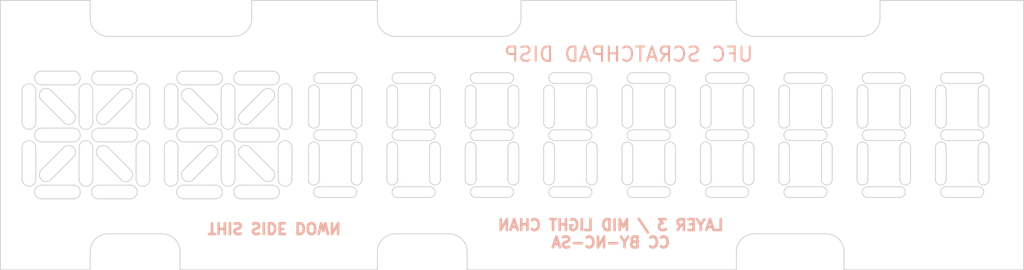
<source format=kicad_pcb>
(kicad_pcb (version 20171130) (host pcbnew "(5.1.4)-1")

  (general
    (thickness 1.6)
    (drawings 423)
    (tracks 0)
    (zones 0)
    (modules 0)
    (nets 1)
  )

  (page A4)
  (layers
    (0 F.Cu signal)
    (31 B.Cu signal)
    (32 B.Adhes user)
    (33 F.Adhes user)
    (34 B.Paste user)
    (35 F.Paste user)
    (36 B.SilkS user)
    (37 F.SilkS user)
    (38 B.Mask user)
    (39 F.Mask user)
    (40 Dwgs.User user)
    (41 Cmts.User user)
    (42 Eco1.User user)
    (43 Eco2.User user)
    (44 Edge.Cuts user)
    (45 Margin user)
    (46 B.CrtYd user)
    (47 F.CrtYd user)
    (48 B.Fab user)
    (49 F.Fab user)
  )

  (setup
    (last_trace_width 0.25)
    (user_trace_width 0.1524)
    (user_trace_width 0.2032)
    (user_trace_width 0.3048)
    (user_trace_width 0.4572)
    (user_trace_width 0.1524)
    (user_trace_width 0.2032)
    (user_trace_width 0.3048)
    (user_trace_width 0.4572)
    (user_trace_width 0.1524)
    (user_trace_width 0.2032)
    (user_trace_width 0.3048)
    (user_trace_width 0.4572)
    (user_trace_width 0.1524)
    (user_trace_width 0.2032)
    (user_trace_width 0.3048)
    (user_trace_width 0.4572)
    (user_trace_width 0.1524)
    (user_trace_width 0.2032)
    (user_trace_width 0.3048)
    (user_trace_width 0.4572)
    (user_trace_width 0.1524)
    (user_trace_width 0.2032)
    (user_trace_width 0.3048)
    (user_trace_width 0.4572)
    (user_trace_width 0.1524)
    (user_trace_width 0.2032)
    (user_trace_width 0.3048)
    (user_trace_width 0.4572)
    (user_trace_width 0.1524)
    (user_trace_width 0.2032)
    (user_trace_width 0.3048)
    (user_trace_width 0.4572)
    (trace_clearance 0.2)
    (zone_clearance 0.508)
    (zone_45_only no)
    (trace_min 0.127)
    (via_size 0.8)
    (via_drill 0.4)
    (via_min_size 0.45)
    (via_min_drill 0.2)
    (user_via 0.45 0.2)
    (user_via 0.45 0.2)
    (user_via 0.45 0.2)
    (user_via 0.45 0.2)
    (user_via 0.45 0.2)
    (user_via 0.45 0.2)
    (user_via 0.45 0.2)
    (user_via 0.45 0.2)
    (uvia_size 0.3)
    (uvia_drill 0.1)
    (uvias_allowed no)
    (uvia_min_size 0.2)
    (uvia_min_drill 0.1)
    (edge_width 0.05)
    (segment_width 0.2)
    (pcb_text_width 0.3)
    (pcb_text_size 1.5 1.5)
    (mod_edge_width 0.12)
    (mod_text_size 1 1)
    (mod_text_width 0.15)
    (pad_size 0.59 0.64)
    (pad_drill 0)
    (pad_to_mask_clearance 0.051)
    (solder_mask_min_width 0.25)
    (aux_axis_origin 147.6375 118.042)
    (grid_origin 147.6375 118.042)
    (visible_elements 7FFFF7DF)
    (pcbplotparams
      (layerselection 0x010fc_ffffffff)
      (usegerberextensions false)
      (usegerberattributes false)
      (usegerberadvancedattributes false)
      (creategerberjobfile false)
      (excludeedgelayer true)
      (linewidth 0.100000)
      (plotframeref false)
      (viasonmask false)
      (mode 1)
      (useauxorigin false)
      (hpglpennumber 1)
      (hpglpenspeed 20)
      (hpglpendiameter 15.000000)
      (psnegative false)
      (psa4output false)
      (plotreference true)
      (plotvalue true)
      (plotinvisibletext false)
      (padsonsilk false)
      (subtractmaskfromsilk false)
      (outputformat 1)
      (mirror false)
      (drillshape 0)
      (scaleselection 1)
      (outputdirectory "gerber"))
  )

  (net 0 "")

  (net_class Default "This is the default net class."
    (clearance 0.2)
    (trace_width 0.25)
    (via_dia 0.8)
    (via_drill 0.4)
    (uvia_dia 0.3)
    (uvia_drill 0.1)
  )

  (gr_text "LAYER 3 / MID LIGHT CHAN\nCC BY-NC-SA" (at 181.6375 131.042) (layer B.SilkS) (tstamp 5FBEE558)
    (effects (font (size 0.6 0.6) (thickness 0.15)) (justify mirror))
  )
  (gr_text "UFC SCRATCHPAD DISP\n" (at 182.6375 121.042) (layer B.SilkS) (tstamp 5FBEE554)
    (effects (font (size 0.8 0.8) (thickness 0.12)) (justify mirror))
  )
  (gr_text "THIS SIDE DOWN" (at 162.894 130.726 180) (layer B.SilkS) (tstamp 5FBEE54D)
    (effects (font (size 0.6 0.6) (thickness 0.15)) (justify mirror))
  )
  (gr_arc (start 202.118625 128.717) (end 202.118625 129.017) (angle -180) (layer Edge.Cuts) (width 0.05) (tstamp 5FBFA3D7))
  (gr_arc (start 197.752625 128.717) (end 197.752625 129.017) (angle -180) (layer Edge.Cuts) (width 0.05) (tstamp 5FBFA3D5))
  (gr_arc (start 193.386625 128.717) (end 193.386625 129.017) (angle -180) (layer Edge.Cuts) (width 0.05) (tstamp 5FBFA3D3))
  (gr_arc (start 189.020625 128.717) (end 189.020625 129.017) (angle -180) (layer Edge.Cuts) (width 0.05) (tstamp 5FBFA3D1))
  (gr_arc (start 184.654625 128.717) (end 184.654625 129.017) (angle -180) (layer Edge.Cuts) (width 0.05) (tstamp 5FBFA3CF))
  (gr_arc (start 180.288625 128.717) (end 180.288625 129.017) (angle -180) (layer Edge.Cuts) (width 0.05) (tstamp 5FBFA3CD))
  (gr_arc (start 175.922625 128.717) (end 175.922625 129.017) (angle -180) (layer Edge.Cuts) (width 0.05) (tstamp 5FBFA3CB))
  (gr_arc (start 171.556625 128.717) (end 171.556625 129.017) (angle -180) (layer Edge.Cuts) (width 0.05) (tstamp 5FBFA3C9))
  (gr_line (start 202.118625 122.067) (end 200.318625 122.067) (layer Edge.Cuts) (width 0.05) (tstamp 5FBFA3C6))
  (gr_line (start 197.752625 122.067) (end 195.952625 122.067) (layer Edge.Cuts) (width 0.05) (tstamp 5FBFA3C4))
  (gr_line (start 193.386625 122.067) (end 191.586625 122.067) (layer Edge.Cuts) (width 0.05) (tstamp 5FBFA3C2))
  (gr_line (start 189.020625 122.067) (end 187.220625 122.067) (layer Edge.Cuts) (width 0.05) (tstamp 5FBFA3C0))
  (gr_line (start 184.654625 122.067) (end 182.854625 122.067) (layer Edge.Cuts) (width 0.05) (tstamp 5FBFA3BE))
  (gr_line (start 180.288625 122.067) (end 178.488625 122.067) (layer Edge.Cuts) (width 0.05) (tstamp 5FBFA3BC))
  (gr_line (start 175.922625 122.067) (end 174.122625 122.067) (layer Edge.Cuts) (width 0.05) (tstamp 5FBFA3BA))
  (gr_line (start 171.556625 122.067) (end 169.756625 122.067) (layer Edge.Cuts) (width 0.05) (tstamp 5FBFA3B8))
  (gr_arc (start 202.118625 125.547) (end 202.118625 125.847) (angle -180) (layer Edge.Cuts) (width 0.05) (tstamp 5FBFA3B5))
  (gr_arc (start 197.752625 125.547) (end 197.752625 125.847) (angle -180) (layer Edge.Cuts) (width 0.05) (tstamp 5FBFA3B3))
  (gr_arc (start 193.386625 125.547) (end 193.386625 125.847) (angle -180) (layer Edge.Cuts) (width 0.05) (tstamp 5FBFA3B1))
  (gr_arc (start 189.020625 125.547) (end 189.020625 125.847) (angle -180) (layer Edge.Cuts) (width 0.05) (tstamp 5FBFA3AF))
  (gr_arc (start 184.654625 125.547) (end 184.654625 125.847) (angle -180) (layer Edge.Cuts) (width 0.05) (tstamp 5FBFA3AD))
  (gr_arc (start 180.288625 125.547) (end 180.288625 125.847) (angle -180) (layer Edge.Cuts) (width 0.05) (tstamp 5FBFA3AB))
  (gr_arc (start 175.922625 125.547) (end 175.922625 125.847) (angle -180) (layer Edge.Cuts) (width 0.05) (tstamp 5FBFA3A9))
  (gr_arc (start 171.556625 125.547) (end 171.556625 125.847) (angle -180) (layer Edge.Cuts) (width 0.05) (tstamp 5FBFA3A7))
  (gr_line (start 199.728625 123.057) (end 199.728625 124.857) (layer Edge.Cuts) (width 0.05) (tstamp 5FBFA393))
  (gr_line (start 195.362625 123.057) (end 195.362625 124.857) (layer Edge.Cuts) (width 0.05) (tstamp 5FBFA391))
  (gr_line (start 190.996625 123.057) (end 190.996625 124.857) (layer Edge.Cuts) (width 0.05) (tstamp 5FBFA38F))
  (gr_line (start 186.630625 123.057) (end 186.630625 124.857) (layer Edge.Cuts) (width 0.05) (tstamp 5FBFA38D))
  (gr_line (start 182.264625 123.057) (end 182.264625 124.857) (layer Edge.Cuts) (width 0.05) (tstamp 5FBFA38B))
  (gr_line (start 177.898625 123.057) (end 177.898625 124.857) (layer Edge.Cuts) (width 0.05) (tstamp 5FBFA389))
  (gr_line (start 173.532625 123.057) (end 173.532625 124.857) (layer Edge.Cuts) (width 0.05) (tstamp 5FBFA387))
  (gr_line (start 169.166625 123.057) (end 169.166625 124.857) (layer Edge.Cuts) (width 0.05) (tstamp 5FBFA385))
  (gr_line (start 202.708625 124.857) (end 202.708625 123.057) (layer Edge.Cuts) (width 0.05) (tstamp 5FBFA382))
  (gr_line (start 198.342625 124.857) (end 198.342625 123.057) (layer Edge.Cuts) (width 0.05) (tstamp 5FBFA380))
  (gr_line (start 193.976625 124.857) (end 193.976625 123.057) (layer Edge.Cuts) (width 0.05) (tstamp 5FBFA37E))
  (gr_line (start 189.610625 124.857) (end 189.610625 123.057) (layer Edge.Cuts) (width 0.05) (tstamp 5FBFA37C))
  (gr_line (start 185.244625 124.857) (end 185.244625 123.057) (layer Edge.Cuts) (width 0.05) (tstamp 5FBFA37A))
  (gr_line (start 180.878625 124.857) (end 180.878625 123.057) (layer Edge.Cuts) (width 0.05) (tstamp 5FBFA378))
  (gr_line (start 176.512625 124.857) (end 176.512625 123.057) (layer Edge.Cuts) (width 0.05) (tstamp 5FBFA376))
  (gr_line (start 172.146625 124.857) (end 172.146625 123.057) (layer Edge.Cuts) (width 0.05) (tstamp 5FBFA374))
  (gr_arc (start 202.408625 128.027) (end 202.108625 128.027) (angle -180) (layer Edge.Cuts) (width 0.05) (tstamp 5FBFA371))
  (gr_arc (start 198.042625 128.027) (end 197.742625 128.027) (angle -180) (layer Edge.Cuts) (width 0.05) (tstamp 5FBFA36F))
  (gr_arc (start 193.676625 128.027) (end 193.376625 128.027) (angle -180) (layer Edge.Cuts) (width 0.05) (tstamp 5FBFA36D))
  (gr_arc (start 189.310625 128.027) (end 189.010625 128.027) (angle -180) (layer Edge.Cuts) (width 0.05) (tstamp 5FBFA36B))
  (gr_arc (start 184.944625 128.027) (end 184.644625 128.027) (angle -180) (layer Edge.Cuts) (width 0.05) (tstamp 5FBFA369))
  (gr_arc (start 180.578625 128.027) (end 180.278625 128.027) (angle -180) (layer Edge.Cuts) (width 0.05) (tstamp 5FBFA367))
  (gr_arc (start 176.212625 128.027) (end 175.912625 128.027) (angle -180) (layer Edge.Cuts) (width 0.05) (tstamp 5FBFA365))
  (gr_arc (start 171.846625 128.027) (end 171.546625 128.027) (angle -180) (layer Edge.Cuts) (width 0.05) (tstamp 5FBFA363))
  (gr_line (start 200.318625 125.847) (end 202.118625 125.847) (layer Edge.Cuts) (width 0.05) (tstamp 5FBFA33E))
  (gr_line (start 195.952625 125.847) (end 197.752625 125.847) (layer Edge.Cuts) (width 0.05) (tstamp 5FBFA33C))
  (gr_line (start 191.586625 125.847) (end 193.386625 125.847) (layer Edge.Cuts) (width 0.05) (tstamp 5FBFA33A))
  (gr_line (start 187.220625 125.847) (end 189.020625 125.847) (layer Edge.Cuts) (width 0.05) (tstamp 5FBFA338))
  (gr_line (start 182.854625 125.847) (end 184.654625 125.847) (layer Edge.Cuts) (width 0.05) (tstamp 5FBFA336))
  (gr_line (start 178.488625 125.847) (end 180.288625 125.847) (layer Edge.Cuts) (width 0.05) (tstamp 5FBFA334))
  (gr_line (start 174.122625 125.847) (end 175.922625 125.847) (layer Edge.Cuts) (width 0.05) (tstamp 5FBFA332))
  (gr_line (start 169.756625 125.847) (end 171.556625 125.847) (layer Edge.Cuts) (width 0.05) (tstamp 5FBFA330))
  (gr_line (start 200.328625 128.027) (end 200.328625 126.227) (layer Edge.Cuts) (width 0.05) (tstamp 5FBFA32D))
  (gr_line (start 195.962625 128.027) (end 195.962625 126.227) (layer Edge.Cuts) (width 0.05) (tstamp 5FBFA32B))
  (gr_line (start 191.596625 128.027) (end 191.596625 126.227) (layer Edge.Cuts) (width 0.05) (tstamp 5FBFA329))
  (gr_line (start 187.230625 128.027) (end 187.230625 126.227) (layer Edge.Cuts) (width 0.05) (tstamp 5FBFA327))
  (gr_line (start 182.864625 128.027) (end 182.864625 126.227) (layer Edge.Cuts) (width 0.05) (tstamp 5FBFA325))
  (gr_line (start 178.498625 128.027) (end 178.498625 126.227) (layer Edge.Cuts) (width 0.05) (tstamp 5FBFA323))
  (gr_line (start 174.132625 128.027) (end 174.132625 126.227) (layer Edge.Cuts) (width 0.05) (tstamp 5FBFA321))
  (gr_line (start 169.766625 128.027) (end 169.766625 126.227) (layer Edge.Cuts) (width 0.05) (tstamp 5FBFA31F))
  (gr_arc (start 200.028625 128.027) (end 199.728625 128.027) (angle -180) (layer Edge.Cuts) (width 0.05) (tstamp 5FBFA31C))
  (gr_arc (start 195.662625 128.027) (end 195.362625 128.027) (angle -180) (layer Edge.Cuts) (width 0.05) (tstamp 5FBFA31A))
  (gr_arc (start 191.296625 128.027) (end 190.996625 128.027) (angle -180) (layer Edge.Cuts) (width 0.05) (tstamp 5FBFA318))
  (gr_arc (start 186.930625 128.027) (end 186.630625 128.027) (angle -180) (layer Edge.Cuts) (width 0.05) (tstamp 5FBFA316))
  (gr_arc (start 182.564625 128.027) (end 182.264625 128.027) (angle -180) (layer Edge.Cuts) (width 0.05) (tstamp 5FBFA314))
  (gr_arc (start 178.198625 128.027) (end 177.898625 128.027) (angle -180) (layer Edge.Cuts) (width 0.05) (tstamp 5FBFA312))
  (gr_arc (start 173.832625 128.027) (end 173.532625 128.027) (angle -180) (layer Edge.Cuts) (width 0.05) (tstamp 5FBFA310))
  (gr_arc (start 169.466625 128.027) (end 169.166625 128.027) (angle -180) (layer Edge.Cuts) (width 0.05) (tstamp 5FBFA30E))
  (gr_arc (start 202.118625 122.367) (end 202.118625 122.667) (angle -180) (layer Edge.Cuts) (width 0.05) (tstamp 5FBFA30B))
  (gr_arc (start 197.752625 122.367) (end 197.752625 122.667) (angle -180) (layer Edge.Cuts) (width 0.05) (tstamp 5FBFA309))
  (gr_arc (start 193.386625 122.367) (end 193.386625 122.667) (angle -180) (layer Edge.Cuts) (width 0.05) (tstamp 5FBFA307))
  (gr_arc (start 189.020625 122.367) (end 189.020625 122.667) (angle -180) (layer Edge.Cuts) (width 0.05) (tstamp 5FBFA305))
  (gr_arc (start 184.654625 122.367) (end 184.654625 122.667) (angle -180) (layer Edge.Cuts) (width 0.05) (tstamp 5FBFA303))
  (gr_arc (start 180.288625 122.367) (end 180.288625 122.667) (angle -180) (layer Edge.Cuts) (width 0.05) (tstamp 5FBFA301))
  (gr_arc (start 175.922625 122.367) (end 175.922625 122.667) (angle -180) (layer Edge.Cuts) (width 0.05) (tstamp 5FBFA2FF))
  (gr_arc (start 171.556625 122.367) (end 171.556625 122.667) (angle -180) (layer Edge.Cuts) (width 0.05) (tstamp 5FBFA2FD))
  (gr_arc (start 200.028625 124.857) (end 199.728625 124.857) (angle -180) (layer Edge.Cuts) (width 0.05) (tstamp 5FBFA2FA))
  (gr_arc (start 195.662625 124.857) (end 195.362625 124.857) (angle -180) (layer Edge.Cuts) (width 0.05) (tstamp 5FBFA2F8))
  (gr_arc (start 191.296625 124.857) (end 190.996625 124.857) (angle -180) (layer Edge.Cuts) (width 0.05) (tstamp 5FBFA2F6))
  (gr_arc (start 186.930625 124.857) (end 186.630625 124.857) (angle -180) (layer Edge.Cuts) (width 0.05) (tstamp 5FBFA2F4))
  (gr_arc (start 182.564625 124.857) (end 182.264625 124.857) (angle -180) (layer Edge.Cuts) (width 0.05) (tstamp 5FBFA2F2))
  (gr_arc (start 178.198625 124.857) (end 177.898625 124.857) (angle -180) (layer Edge.Cuts) (width 0.05) (tstamp 5FBFA2F0))
  (gr_arc (start 173.832625 124.857) (end 173.532625 124.857) (angle -180) (layer Edge.Cuts) (width 0.05) (tstamp 5FBFA2EE))
  (gr_arc (start 169.466625 124.857) (end 169.166625 124.857) (angle -180) (layer Edge.Cuts) (width 0.05) (tstamp 5FBFA2EC))
  (gr_line (start 202.708625 128.027) (end 202.708625 126.227) (layer Edge.Cuts) (width 0.05) (tstamp 5FBFA2E9))
  (gr_line (start 198.342625 128.027) (end 198.342625 126.227) (layer Edge.Cuts) (width 0.05) (tstamp 5FBFA2E7))
  (gr_line (start 193.976625 128.027) (end 193.976625 126.227) (layer Edge.Cuts) (width 0.05) (tstamp 5FBFA2E5))
  (gr_line (start 189.610625 128.027) (end 189.610625 126.227) (layer Edge.Cuts) (width 0.05) (tstamp 5FBFA2E3))
  (gr_line (start 185.244625 128.027) (end 185.244625 126.227) (layer Edge.Cuts) (width 0.05) (tstamp 5FBFA2E1))
  (gr_line (start 180.878625 128.027) (end 180.878625 126.227) (layer Edge.Cuts) (width 0.05) (tstamp 5FBFA2DF))
  (gr_line (start 176.512625 128.027) (end 176.512625 126.227) (layer Edge.Cuts) (width 0.05) (tstamp 5FBFA2DD))
  (gr_line (start 172.146625 128.027) (end 172.146625 126.227) (layer Edge.Cuts) (width 0.05) (tstamp 5FBFA2DB))
  (gr_arc (start 200.318625 128.717) (end 200.318625 128.417) (angle -180) (layer Edge.Cuts) (width 0.05) (tstamp 5FBFA2D8))
  (gr_arc (start 195.952625 128.717) (end 195.952625 128.417) (angle -180) (layer Edge.Cuts) (width 0.05) (tstamp 5FBFA2D6))
  (gr_arc (start 191.586625 128.717) (end 191.586625 128.417) (angle -180) (layer Edge.Cuts) (width 0.05) (tstamp 5FBFA2D4))
  (gr_arc (start 187.220625 128.717) (end 187.220625 128.417) (angle -180) (layer Edge.Cuts) (width 0.05) (tstamp 5FBFA2D2))
  (gr_arc (start 182.854625 128.717) (end 182.854625 128.417) (angle -180) (layer Edge.Cuts) (width 0.05) (tstamp 5FBFA2D0))
  (gr_arc (start 178.488625 128.717) (end 178.488625 128.417) (angle -180) (layer Edge.Cuts) (width 0.05) (tstamp 5FBFA2CE))
  (gr_arc (start 174.122625 128.717) (end 174.122625 128.417) (angle -180) (layer Edge.Cuts) (width 0.05) (tstamp 5FBFA2CC))
  (gr_arc (start 169.756625 128.717) (end 169.756625 128.417) (angle -180) (layer Edge.Cuts) (width 0.05) (tstamp 5FBFA2CA))
  (gr_line (start 200.318625 129.017) (end 202.118625 129.017) (layer Edge.Cuts) (width 0.05) (tstamp 5FBFA2C7))
  (gr_line (start 195.952625 129.017) (end 197.752625 129.017) (layer Edge.Cuts) (width 0.05) (tstamp 5FBFA2C5))
  (gr_line (start 191.586625 129.017) (end 193.386625 129.017) (layer Edge.Cuts) (width 0.05) (tstamp 5FBFA2C3))
  (gr_line (start 187.220625 129.017) (end 189.020625 129.017) (layer Edge.Cuts) (width 0.05) (tstamp 5FBFA2C1))
  (gr_line (start 182.854625 129.017) (end 184.654625 129.017) (layer Edge.Cuts) (width 0.05) (tstamp 5FBFA2BF))
  (gr_line (start 178.488625 129.017) (end 180.288625 129.017) (layer Edge.Cuts) (width 0.05) (tstamp 5FBFA2BD))
  (gr_line (start 174.122625 129.017) (end 175.922625 129.017) (layer Edge.Cuts) (width 0.05) (tstamp 5FBFA2BB))
  (gr_line (start 169.756625 129.017) (end 171.556625 129.017) (layer Edge.Cuts) (width 0.05) (tstamp 5FBFA2B9))
  (gr_arc (start 200.028625 123.057) (end 200.328625 123.057) (angle -180) (layer Edge.Cuts) (width 0.05) (tstamp 5FBFA2B6))
  (gr_arc (start 195.662625 123.057) (end 195.962625 123.057) (angle -180) (layer Edge.Cuts) (width 0.05) (tstamp 5FBFA2B4))
  (gr_arc (start 191.296625 123.057) (end 191.596625 123.057) (angle -180) (layer Edge.Cuts) (width 0.05) (tstamp 5FBFA2B2))
  (gr_arc (start 186.930625 123.057) (end 187.230625 123.057) (angle -180) (layer Edge.Cuts) (width 0.05) (tstamp 5FBFA2B0))
  (gr_arc (start 182.564625 123.057) (end 182.864625 123.057) (angle -180) (layer Edge.Cuts) (width 0.05) (tstamp 5FBFA2AE))
  (gr_arc (start 178.198625 123.057) (end 178.498625 123.057) (angle -180) (layer Edge.Cuts) (width 0.05) (tstamp 5FBFA2AC))
  (gr_arc (start 173.832625 123.057) (end 174.132625 123.057) (angle -180) (layer Edge.Cuts) (width 0.05) (tstamp 5FBFA2AA))
  (gr_arc (start 169.466625 123.057) (end 169.766625 123.057) (angle -180) (layer Edge.Cuts) (width 0.05) (tstamp 5FBFA2A8))
  (gr_line (start 202.108625 123.057) (end 202.108625 124.857) (layer Edge.Cuts) (width 0.05) (tstamp 5FBFA2A5))
  (gr_line (start 197.742625 123.057) (end 197.742625 124.857) (layer Edge.Cuts) (width 0.05) (tstamp 5FBFA2A3))
  (gr_line (start 193.376625 123.057) (end 193.376625 124.857) (layer Edge.Cuts) (width 0.05) (tstamp 5FBFA2A1))
  (gr_line (start 189.010625 123.057) (end 189.010625 124.857) (layer Edge.Cuts) (width 0.05) (tstamp 5FBFA29F))
  (gr_line (start 184.644625 123.057) (end 184.644625 124.857) (layer Edge.Cuts) (width 0.05) (tstamp 5FBFA29D))
  (gr_line (start 180.278625 123.057) (end 180.278625 124.857) (layer Edge.Cuts) (width 0.05) (tstamp 5FBFA29B))
  (gr_line (start 175.912625 123.057) (end 175.912625 124.857) (layer Edge.Cuts) (width 0.05) (tstamp 5FBFA299))
  (gr_line (start 171.546625 123.057) (end 171.546625 124.857) (layer Edge.Cuts) (width 0.05) (tstamp 5FBFA297))
  (gr_arc (start 202.408625 124.857) (end 202.108625 124.857) (angle -180) (layer Edge.Cuts) (width 0.05) (tstamp 5FBFA283))
  (gr_arc (start 198.042625 124.857) (end 197.742625 124.857) (angle -180) (layer Edge.Cuts) (width 0.05) (tstamp 5FBFA281))
  (gr_arc (start 193.676625 124.857) (end 193.376625 124.857) (angle -180) (layer Edge.Cuts) (width 0.05) (tstamp 5FBFA27F))
  (gr_arc (start 189.310625 124.857) (end 189.010625 124.857) (angle -180) (layer Edge.Cuts) (width 0.05) (tstamp 5FBFA27D))
  (gr_arc (start 184.944625 124.857) (end 184.644625 124.857) (angle -180) (layer Edge.Cuts) (width 0.05) (tstamp 5FBFA27B))
  (gr_arc (start 180.578625 124.857) (end 180.278625 124.857) (angle -180) (layer Edge.Cuts) (width 0.05) (tstamp 5FBFA279))
  (gr_arc (start 176.212625 124.857) (end 175.912625 124.857) (angle -180) (layer Edge.Cuts) (width 0.05) (tstamp 5FBFA277))
  (gr_arc (start 171.846625 124.857) (end 171.546625 124.857) (angle -180) (layer Edge.Cuts) (width 0.05) (tstamp 5FBFA275))
  (gr_arc (start 200.318625 125.547) (end 200.318625 125.247) (angle -180) (layer Edge.Cuts) (width 0.05) (tstamp 5FBFA272))
  (gr_arc (start 195.952625 125.547) (end 195.952625 125.247) (angle -180) (layer Edge.Cuts) (width 0.05) (tstamp 5FBFA270))
  (gr_arc (start 191.586625 125.547) (end 191.586625 125.247) (angle -180) (layer Edge.Cuts) (width 0.05) (tstamp 5FBFA26E))
  (gr_arc (start 187.220625 125.547) (end 187.220625 125.247) (angle -180) (layer Edge.Cuts) (width 0.05) (tstamp 5FBFA26C))
  (gr_arc (start 182.854625 125.547) (end 182.854625 125.247) (angle -180) (layer Edge.Cuts) (width 0.05) (tstamp 5FBFA26A))
  (gr_arc (start 178.488625 125.547) (end 178.488625 125.247) (angle -180) (layer Edge.Cuts) (width 0.05) (tstamp 5FBFA268))
  (gr_arc (start 174.122625 125.547) (end 174.122625 125.247) (angle -180) (layer Edge.Cuts) (width 0.05) (tstamp 5FBFA266))
  (gr_arc (start 169.756625 125.547) (end 169.756625 125.247) (angle -180) (layer Edge.Cuts) (width 0.05) (tstamp 5FBFA264))
  (gr_arc (start 202.408625 126.227) (end 202.708625 126.227) (angle -180) (layer Edge.Cuts) (width 0.05) (tstamp 5FBFA261))
  (gr_arc (start 198.042625 126.227) (end 198.342625 126.227) (angle -180) (layer Edge.Cuts) (width 0.05) (tstamp 5FBFA25F))
  (gr_arc (start 193.676625 126.227) (end 193.976625 126.227) (angle -180) (layer Edge.Cuts) (width 0.05) (tstamp 5FBFA25D))
  (gr_arc (start 189.310625 126.227) (end 189.610625 126.227) (angle -180) (layer Edge.Cuts) (width 0.05) (tstamp 5FBFA25B))
  (gr_arc (start 184.944625 126.227) (end 185.244625 126.227) (angle -180) (layer Edge.Cuts) (width 0.05) (tstamp 5FBFA259))
  (gr_arc (start 180.578625 126.227) (end 180.878625 126.227) (angle -180) (layer Edge.Cuts) (width 0.05) (tstamp 5FBFA257))
  (gr_arc (start 176.212625 126.227) (end 176.512625 126.227) (angle -180) (layer Edge.Cuts) (width 0.05) (tstamp 5FBFA255))
  (gr_arc (start 171.846625 126.227) (end 172.146625 126.227) (angle -180) (layer Edge.Cuts) (width 0.05) (tstamp 5FBFA253))
  (gr_line (start 202.118625 128.417) (end 200.318625 128.417) (layer Edge.Cuts) (width 0.05) (tstamp 5FBFA250))
  (gr_line (start 197.752625 128.417) (end 195.952625 128.417) (layer Edge.Cuts) (width 0.05) (tstamp 5FBFA24E))
  (gr_line (start 193.386625 128.417) (end 191.586625 128.417) (layer Edge.Cuts) (width 0.05) (tstamp 5FBFA24C))
  (gr_line (start 189.020625 128.417) (end 187.220625 128.417) (layer Edge.Cuts) (width 0.05) (tstamp 5FBFA24A))
  (gr_line (start 184.654625 128.417) (end 182.854625 128.417) (layer Edge.Cuts) (width 0.05) (tstamp 5FBFA248))
  (gr_line (start 180.288625 128.417) (end 178.488625 128.417) (layer Edge.Cuts) (width 0.05) (tstamp 5FBFA246))
  (gr_line (start 175.922625 128.417) (end 174.122625 128.417) (layer Edge.Cuts) (width 0.05) (tstamp 5FBFA244))
  (gr_line (start 171.556625 128.417) (end 169.756625 128.417) (layer Edge.Cuts) (width 0.05) (tstamp 5FBFA242))
  (gr_arc (start 200.028625 126.227) (end 200.328625 126.227) (angle -180) (layer Edge.Cuts) (width 0.05) (tstamp 5FBFA23F))
  (gr_arc (start 195.662625 126.227) (end 195.962625 126.227) (angle -180) (layer Edge.Cuts) (width 0.05) (tstamp 5FBFA23D))
  (gr_arc (start 191.296625 126.227) (end 191.596625 126.227) (angle -180) (layer Edge.Cuts) (width 0.05) (tstamp 5FBFA23B))
  (gr_arc (start 186.930625 126.227) (end 187.230625 126.227) (angle -180) (layer Edge.Cuts) (width 0.05) (tstamp 5FBFA239))
  (gr_arc (start 182.564625 126.227) (end 182.864625 126.227) (angle -180) (layer Edge.Cuts) (width 0.05) (tstamp 5FBFA237))
  (gr_arc (start 178.198625 126.227) (end 178.498625 126.227) (angle -180) (layer Edge.Cuts) (width 0.05) (tstamp 5FBFA235))
  (gr_arc (start 173.832625 126.227) (end 174.132625 126.227) (angle -180) (layer Edge.Cuts) (width 0.05) (tstamp 5FBFA233))
  (gr_arc (start 169.466625 126.227) (end 169.766625 126.227) (angle -180) (layer Edge.Cuts) (width 0.05) (tstamp 5FBFA231))
  (gr_line (start 200.328625 124.857) (end 200.328625 123.057) (layer Edge.Cuts) (width 0.05) (tstamp 5FBFA22E))
  (gr_line (start 195.962625 124.857) (end 195.962625 123.057) (layer Edge.Cuts) (width 0.05) (tstamp 5FBFA22C))
  (gr_line (start 191.596625 124.857) (end 191.596625 123.057) (layer Edge.Cuts) (width 0.05) (tstamp 5FBFA22A))
  (gr_line (start 187.230625 124.857) (end 187.230625 123.057) (layer Edge.Cuts) (width 0.05) (tstamp 5FBFA228))
  (gr_line (start 182.864625 124.857) (end 182.864625 123.057) (layer Edge.Cuts) (width 0.05) (tstamp 5FBFA226))
  (gr_line (start 178.498625 124.857) (end 178.498625 123.057) (layer Edge.Cuts) (width 0.05) (tstamp 5FBFA224))
  (gr_line (start 174.132625 124.857) (end 174.132625 123.057) (layer Edge.Cuts) (width 0.05) (tstamp 5FBFA222))
  (gr_line (start 169.766625 124.857) (end 169.766625 123.057) (layer Edge.Cuts) (width 0.05) (tstamp 5FBFA220))
  (gr_line (start 199.728625 126.227) (end 199.728625 128.027) (layer Edge.Cuts) (width 0.05) (tstamp 5FBFA21D))
  (gr_line (start 195.362625 126.227) (end 195.362625 128.027) (layer Edge.Cuts) (width 0.05) (tstamp 5FBFA21B))
  (gr_line (start 190.996625 126.227) (end 190.996625 128.027) (layer Edge.Cuts) (width 0.05) (tstamp 5FBFA219))
  (gr_line (start 186.630625 126.227) (end 186.630625 128.027) (layer Edge.Cuts) (width 0.05) (tstamp 5FBFA217))
  (gr_line (start 182.264625 126.227) (end 182.264625 128.027) (layer Edge.Cuts) (width 0.05) (tstamp 5FBFA215))
  (gr_line (start 177.898625 126.227) (end 177.898625 128.027) (layer Edge.Cuts) (width 0.05) (tstamp 5FBFA213))
  (gr_line (start 173.532625 126.227) (end 173.532625 128.027) (layer Edge.Cuts) (width 0.05) (tstamp 5FBFA211))
  (gr_line (start 169.166625 126.227) (end 169.166625 128.027) (layer Edge.Cuts) (width 0.05) (tstamp 5FBFA20F))
  (gr_arc (start 202.408625 123.057) (end 202.708625 123.057) (angle -180) (layer Edge.Cuts) (width 0.05) (tstamp 5FBFA20C))
  (gr_arc (start 198.042625 123.057) (end 198.342625 123.057) (angle -180) (layer Edge.Cuts) (width 0.05) (tstamp 5FBFA20A))
  (gr_arc (start 193.676625 123.057) (end 193.976625 123.057) (angle -180) (layer Edge.Cuts) (width 0.05) (tstamp 5FBFA208))
  (gr_arc (start 189.310625 123.057) (end 189.610625 123.057) (angle -180) (layer Edge.Cuts) (width 0.05) (tstamp 5FBFA206))
  (gr_arc (start 184.944625 123.057) (end 185.244625 123.057) (angle -180) (layer Edge.Cuts) (width 0.05) (tstamp 5FBFA204))
  (gr_arc (start 180.578625 123.057) (end 180.878625 123.057) (angle -180) (layer Edge.Cuts) (width 0.05) (tstamp 5FBFA202))
  (gr_arc (start 176.212625 123.057) (end 176.512625 123.057) (angle -180) (layer Edge.Cuts) (width 0.05) (tstamp 5FBFA200))
  (gr_arc (start 171.846625 123.057) (end 172.146625 123.057) (angle -180) (layer Edge.Cuts) (width 0.05) (tstamp 5FBFA1FE))
  (gr_line (start 202.108625 126.227) (end 202.108625 128.027) (layer Edge.Cuts) (width 0.05) (tstamp 5FBFA1FB))
  (gr_line (start 197.742625 126.227) (end 197.742625 128.027) (layer Edge.Cuts) (width 0.05) (tstamp 5FBFA1F9))
  (gr_line (start 193.376625 126.227) (end 193.376625 128.027) (layer Edge.Cuts) (width 0.05) (tstamp 5FBFA1F7))
  (gr_line (start 189.010625 126.227) (end 189.010625 128.027) (layer Edge.Cuts) (width 0.05) (tstamp 5FBFA1F5))
  (gr_line (start 184.644625 126.227) (end 184.644625 128.027) (layer Edge.Cuts) (width 0.05) (tstamp 5FBFA1F3))
  (gr_line (start 180.278625 126.227) (end 180.278625 128.027) (layer Edge.Cuts) (width 0.05) (tstamp 5FBFA1F1))
  (gr_line (start 175.912625 126.227) (end 175.912625 128.027) (layer Edge.Cuts) (width 0.05) (tstamp 5FBFA1EF))
  (gr_line (start 171.546625 126.227) (end 171.546625 128.027) (layer Edge.Cuts) (width 0.05) (tstamp 5FBFA1ED))
  (gr_arc (start 200.318625 122.367) (end 200.318625 122.067) (angle -180) (layer Edge.Cuts) (width 0.05) (tstamp 5FBFA1EA))
  (gr_arc (start 195.952625 122.367) (end 195.952625 122.067) (angle -180) (layer Edge.Cuts) (width 0.05) (tstamp 5FBFA1E8))
  (gr_arc (start 191.586625 122.367) (end 191.586625 122.067) (angle -180) (layer Edge.Cuts) (width 0.05) (tstamp 5FBFA1E6))
  (gr_arc (start 187.220625 122.367) (end 187.220625 122.067) (angle -180) (layer Edge.Cuts) (width 0.05) (tstamp 5FBFA1E4))
  (gr_arc (start 182.854625 122.367) (end 182.854625 122.067) (angle -180) (layer Edge.Cuts) (width 0.05) (tstamp 5FBFA1E2))
  (gr_arc (start 178.488625 122.367) (end 178.488625 122.067) (angle -180) (layer Edge.Cuts) (width 0.05) (tstamp 5FBFA1E0))
  (gr_arc (start 174.122625 122.367) (end 174.122625 122.067) (angle -180) (layer Edge.Cuts) (width 0.05) (tstamp 5FBFA1DE))
  (gr_arc (start 169.756625 122.367) (end 169.756625 122.067) (angle -180) (layer Edge.Cuts) (width 0.05) (tstamp 5FBFA1DC))
  (gr_line (start 202.118625 125.247) (end 200.318625 125.247) (layer Edge.Cuts) (width 0.05) (tstamp 5FBFA1D9))
  (gr_line (start 197.752625 125.247) (end 195.952625 125.247) (layer Edge.Cuts) (width 0.05) (tstamp 5FBFA1D7))
  (gr_line (start 193.386625 125.247) (end 191.586625 125.247) (layer Edge.Cuts) (width 0.05) (tstamp 5FBFA1D5))
  (gr_line (start 189.020625 125.247) (end 187.220625 125.247) (layer Edge.Cuts) (width 0.05) (tstamp 5FBFA1D3))
  (gr_line (start 184.654625 125.247) (end 182.854625 125.247) (layer Edge.Cuts) (width 0.05) (tstamp 5FBFA1D1))
  (gr_line (start 180.288625 125.247) (end 178.488625 125.247) (layer Edge.Cuts) (width 0.05) (tstamp 5FBFA1CF))
  (gr_line (start 175.922625 125.247) (end 174.122625 125.247) (layer Edge.Cuts) (width 0.05) (tstamp 5FBFA1CD))
  (gr_line (start 171.556625 125.247) (end 169.756625 125.247) (layer Edge.Cuts) (width 0.05) (tstamp 5FBFA1CB))
  (gr_line (start 200.318625 122.667) (end 202.118625 122.667) (layer Edge.Cuts) (width 0.05) (tstamp 5FBFA1C8))
  (gr_line (start 195.952625 122.667) (end 197.752625 122.667) (layer Edge.Cuts) (width 0.05) (tstamp 5FBFA1C6))
  (gr_line (start 191.586625 122.667) (end 193.386625 122.667) (layer Edge.Cuts) (width 0.05) (tstamp 5FBFA1C4))
  (gr_line (start 187.220625 122.667) (end 189.020625 122.667) (layer Edge.Cuts) (width 0.05) (tstamp 5FBFA1C2))
  (gr_line (start 182.854625 122.667) (end 184.654625 122.667) (layer Edge.Cuts) (width 0.05) (tstamp 5FBFA1C0))
  (gr_line (start 178.488625 122.667) (end 180.288625 122.667) (layer Edge.Cuts) (width 0.05) (tstamp 5FBFA1BE))
  (gr_line (start 174.122625 122.667) (end 175.922625 122.667) (layer Edge.Cuts) (width 0.05) (tstamp 5FBFA1BC))
  (gr_line (start 169.756625 122.667) (end 171.556625 122.667) (layer Edge.Cuts) (width 0.05) (tstamp 5FBFA1BA))
  (gr_arc (start 165.100625 128.027) (end 164.800625 128.027) (angle -180) (layer Edge.Cuts) (width 0.05) (tstamp 5FBFA13A))
  (gr_arc (start 165.100625 126.227) (end 165.400625 126.227) (angle -180) (layer Edge.Cuts) (width 0.05) (tstamp 5FBFA139))
  (gr_line (start 165.400625 128.027) (end 165.400625 126.227) (layer Edge.Cuts) (width 0.05) (tstamp 5FBFA138))
  (gr_line (start 164.800625 126.227) (end 164.800625 128.027) (layer Edge.Cuts) (width 0.05) (tstamp 5FBFA137))
  (gr_arc (start 167.480625 128.027) (end 167.180625 128.027) (angle -180) (layer Edge.Cuts) (width 0.05) (tstamp 5FBFA13A))
  (gr_arc (start 167.480625 126.227) (end 167.780625 126.227) (angle -180) (layer Edge.Cuts) (width 0.05) (tstamp 5FBFA139))
  (gr_line (start 167.780625 128.027) (end 167.780625 126.227) (layer Edge.Cuts) (width 0.05) (tstamp 5FBFA138))
  (gr_line (start 167.180625 126.227) (end 167.180625 128.027) (layer Edge.Cuts) (width 0.05) (tstamp 5FBFA137))
  (gr_arc (start 167.480625 124.857) (end 167.180625 124.857) (angle -180) (layer Edge.Cuts) (width 0.05) (tstamp 5FBFA13A))
  (gr_arc (start 167.480625 123.057) (end 167.780625 123.057) (angle -180) (layer Edge.Cuts) (width 0.05) (tstamp 5FBFA139))
  (gr_line (start 167.780625 124.857) (end 167.780625 123.057) (layer Edge.Cuts) (width 0.05) (tstamp 5FBFA138))
  (gr_line (start 167.180625 123.057) (end 167.180625 124.857) (layer Edge.Cuts) (width 0.05) (tstamp 5FBFA137))
  (gr_arc (start 165.100625 124.857) (end 164.800625 124.857) (angle -180) (layer Edge.Cuts) (width 0.05) (tstamp 5FBFA13A))
  (gr_arc (start 165.100625 123.057) (end 165.400625 123.057) (angle -180) (layer Edge.Cuts) (width 0.05) (tstamp 5FBFA139))
  (gr_line (start 165.400625 124.857) (end 165.400625 123.057) (layer Edge.Cuts) (width 0.05) (tstamp 5FBFA138))
  (gr_line (start 164.800625 123.057) (end 164.800625 124.857) (layer Edge.Cuts) (width 0.05) (tstamp 5FBFA137))
  (gr_arc (start 165.390625 128.717) (end 165.390625 128.417) (angle -180) (layer Edge.Cuts) (width 0.05) (tstamp 5FBFA13A))
  (gr_arc (start 167.190625 128.717) (end 167.190625 129.017) (angle -180) (layer Edge.Cuts) (width 0.05) (tstamp 5FBFA139))
  (gr_line (start 165.390625 129.017) (end 167.190625 129.017) (layer Edge.Cuts) (width 0.05) (tstamp 5FBFA138))
  (gr_line (start 167.190625 128.417) (end 165.390625 128.417) (layer Edge.Cuts) (width 0.05) (tstamp 5FBFA137))
  (gr_arc (start 165.390625 125.547) (end 165.390625 125.247) (angle -180) (layer Edge.Cuts) (width 0.05) (tstamp 5FBFA13A))
  (gr_arc (start 167.190625 125.547) (end 167.190625 125.847) (angle -180) (layer Edge.Cuts) (width 0.05) (tstamp 5FBFA139))
  (gr_line (start 165.390625 125.847) (end 167.190625 125.847) (layer Edge.Cuts) (width 0.05) (tstamp 5FBFA138))
  (gr_line (start 167.190625 125.247) (end 165.390625 125.247) (layer Edge.Cuts) (width 0.05) (tstamp 5FBFA137))
  (gr_arc (start 165.390625 122.367) (end 165.390625 122.067) (angle -180) (layer Edge.Cuts) (width 0.05) (tstamp 5FBFA13A))
  (gr_arc (start 167.190625 122.367) (end 167.190625 122.667) (angle -180) (layer Edge.Cuts) (width 0.05) (tstamp 5FBFA139))
  (gr_line (start 165.390625 122.667) (end 167.190625 122.667) (layer Edge.Cuts) (width 0.05) (tstamp 5FBFA138))
  (gr_line (start 167.190625 122.067) (end 165.390625 122.067) (layer Edge.Cuts) (width 0.05) (tstamp 5FBFA137))
  (gr_arc (start 161.0185 122.3625) (end 161.0185 121.9815) (angle -180) (layer Edge.Cuts) (width 0.05) (tstamp 5FBF1B06))
  (gr_line (start 161.0185 122.7435) (end 162.7965 122.7435) (layer Edge.Cuts) (width 0.05) (tstamp 5FBF1B05))
  (gr_arc (start 162.7965 122.3625) (end 162.7965 122.7435) (angle -180) (layer Edge.Cuts) (width 0.05) (tstamp 5FBF1B04))
  (gr_line (start 159.6215 125.1565) (end 157.8435 125.1565) (layer Edge.Cuts) (width 0.05) (tstamp 5FBF1B03))
  (gr_arc (start 157.8435 125.5375) (end 157.8435 125.1565) (angle -180) (layer Edge.Cuts) (width 0.05) (tstamp 5FBF1B02))
  (gr_line (start 157.8435 125.9185) (end 159.6215 125.9185) (layer Edge.Cuts) (width 0.05) (tstamp 5FBF1B01))
  (gr_arc (start 159.6215 125.5375) (end 159.6215 125.9185) (angle -180) (layer Edge.Cuts) (width 0.05) (tstamp 5FBF1B00))
  (gr_line (start 159.6215 128.3315) (end 157.8435 128.3315) (layer Edge.Cuts) (width 0.05) (tstamp 5FBF1AFF))
  (gr_arc (start 157.8435 128.7125) (end 157.8435 128.3315) (angle -180) (layer Edge.Cuts) (width 0.05) (tstamp 5FBF1AFE))
  (gr_line (start 157.8435 129.0935) (end 159.6215 129.0935) (layer Edge.Cuts) (width 0.05) (tstamp 5FBF1AFD))
  (gr_arc (start 159.6215 128.7125) (end 159.6215 129.0935) (angle -180) (layer Edge.Cuts) (width 0.05) (tstamp 5FBF1AFC))
  (gr_line (start 162.7965 128.3315) (end 161.0185 128.3315) (layer Edge.Cuts) (width 0.05) (tstamp 5FBF1AFB))
  (gr_arc (start 161.0185 128.7125) (end 161.0185 128.3315) (angle -180) (layer Edge.Cuts) (width 0.05) (tstamp 5FBF1AFA))
  (gr_arc (start 161.0185 125.5375) (end 161.0185 125.1565) (angle -180) (layer Edge.Cuts) (width 0.05) (tstamp 5FBF1AF9))
  (gr_line (start 161.0185 129.0935) (end 162.7965 129.0935) (layer Edge.Cuts) (width 0.05) (tstamp 5FBF1AF8))
  (gr_arc (start 162.7965 128.7125) (end 162.7965 129.0935) (angle -180) (layer Edge.Cuts) (width 0.05) (tstamp 5FBF1AF7))
  (gr_line (start 162.7965 125.1565) (end 161.0185 125.1565) (layer Edge.Cuts) (width 0.05) (tstamp 5FBF1AF6))
  (gr_line (start 161.0185 125.9185) (end 162.7965 125.9185) (layer Edge.Cuts) (width 0.05) (tstamp 5FBF1AF5))
  (gr_arc (start 162.7965 125.5375) (end 162.7965 125.9185) (angle -180) (layer Edge.Cuts) (width 0.05) (tstamp 5FBF1AF4))
  (gr_arc (start 159.361118 124.578618) (end 159.09171 124.848026) (angle -180) (layer Edge.Cuts) (width 0.05) (tstamp 5FBF1AF3))
  (gr_arc (start 161.278882 124.578618) (end 161.009474 124.30921) (angle -180) (layer Edge.Cuts) (width 0.05) (tstamp 5FBF1AF2))
  (gr_arc (start 162.536118 123.321382) (end 162.805526 123.59079) (angle -180) (layer Edge.Cuts) (width 0.05) (tstamp 5FBF1AF1))
  (gr_line (start 162.26671 123.051974) (end 161.009474 124.30921) (layer Edge.Cuts) (width 0.05) (tstamp 5FBF1AF0))
  (gr_line (start 159.630526 124.30921) (end 158.37329 123.051974) (layer Edge.Cuts) (width 0.05) (tstamp 5FBF1AEF))
  (gr_arc (start 158.103882 127.753618) (end 157.834474 127.48421) (angle -180) (layer Edge.Cuts) (width 0.05) (tstamp 5FBF1AEE))
  (gr_arc (start 157.8435 122.3625) (end 157.8435 121.9815) (angle -180) (layer Edge.Cuts) (width 0.05) (tstamp 5FBF1AED))
  (gr_line (start 162.805526 127.48421) (end 161.54829 126.226974) (layer Edge.Cuts) (width 0.05) (tstamp 5FBF1AEC))
  (gr_line (start 159.939 126.236) (end 159.939 128.014) (layer Edge.Cuts) (width 0.05) (tstamp 5FBF1AEB))
  (gr_arc (start 158.103882 123.321382) (end 158.37329 123.051974) (angle -180) (layer Edge.Cuts) (width 0.05) (tstamp 5FBF1AEA))
  (gr_line (start 157.526 124.839) (end 157.526 123.061) (layer Edge.Cuts) (width 0.05) (tstamp 5FBF1AE9))
  (gr_arc (start 163.495 124.839) (end 163.114 124.839) (angle -180) (layer Edge.Cuts) (width 0.05) (tstamp 5FBF1AE8))
  (gr_arc (start 160.32 126.236) (end 160.701 126.236) (angle -180) (layer Edge.Cuts) (width 0.05) (tstamp 5FBF1AE7))
  (gr_arc (start 159.6215 122.3625) (end 159.6215 122.7435) (angle -180) (layer Edge.Cuts) (width 0.05) (tstamp 5FBF1AE6))
  (gr_line (start 156.764 123.061) (end 156.764 124.839) (layer Edge.Cuts) (width 0.05) (tstamp 5FBF1AE5))
  (gr_arc (start 160.32 124.839) (end 159.939 124.839) (angle -180) (layer Edge.Cuts) (width 0.05) (tstamp 5FBF1AE4))
  (gr_arc (start 163.495 123.061) (end 163.876 123.061) (angle -180) (layer Edge.Cuts) (width 0.05) (tstamp 5FBF1AE3))
  (gr_line (start 163.876 124.839) (end 163.876 123.061) (layer Edge.Cuts) (width 0.05) (tstamp 5FBF1AE2))
  (gr_line (start 163.114 126.236) (end 163.114 128.014) (layer Edge.Cuts) (width 0.05) (tstamp 5FBF1AE1))
  (gr_arc (start 160.32 128.014) (end 159.939 128.014) (angle -180) (layer Edge.Cuts) (width 0.05) (tstamp 5FBF1AE0))
  (gr_arc (start 157.145 126.236) (end 157.526 126.236) (angle -180) (layer Edge.Cuts) (width 0.05) (tstamp 5FBF1ADF))
  (gr_line (start 159.09171 126.226974) (end 157.834474 127.48421) (layer Edge.Cuts) (width 0.05) (tstamp 5FBF1ADE))
  (gr_arc (start 157.145 128.014) (end 156.764 128.014) (angle -180) (layer Edge.Cuts) (width 0.05) (tstamp 5FBF1ADD))
  (gr_line (start 157.834474 123.59079) (end 159.09171 124.848026) (layer Edge.Cuts) (width 0.05) (tstamp 5FBF1ADC))
  (gr_line (start 163.114 123.061) (end 163.114 124.839) (layer Edge.Cuts) (width 0.05) (tstamp 5FBF1ADB))
  (gr_arc (start 157.145 124.839) (end 156.764 124.839) (angle -180) (layer Edge.Cuts) (width 0.05) (tstamp 5FBF1ADA))
  (gr_line (start 161.54829 124.848026) (end 162.805526 123.59079) (layer Edge.Cuts) (width 0.05) (tstamp 5FBF1AD9))
  (gr_arc (start 157.145 123.061) (end 157.526 123.061) (angle -180) (layer Edge.Cuts) (width 0.05) (tstamp 5FBF1AD8))
  (gr_line (start 160.701 124.839) (end 160.701 123.061) (layer Edge.Cuts) (width 0.05) (tstamp 5FBF1AD7))
  (gr_arc (start 160.32 123.061) (end 160.701 123.061) (angle -180) (layer Edge.Cuts) (width 0.05) (tstamp 5FBF1AD6))
  (gr_line (start 158.37329 128.023026) (end 159.630526 126.76579) (layer Edge.Cuts) (width 0.05) (tstamp 5FBF1AD5))
  (gr_line (start 159.939 123.061) (end 159.939 124.839) (layer Edge.Cuts) (width 0.05) (tstamp 5FBF1AD4))
  (gr_line (start 163.876 128.014) (end 163.876 126.236) (layer Edge.Cuts) (width 0.05) (tstamp 5FBF1AD3))
  (gr_arc (start 163.495 126.236) (end 163.876 126.236) (angle -180) (layer Edge.Cuts) (width 0.05) (tstamp 5FBF1AD2))
  (gr_arc (start 163.495 128.014) (end 163.114 128.014) (angle -180) (layer Edge.Cuts) (width 0.05) (tstamp 5FBF1AD1))
  (gr_line (start 160.701 128.014) (end 160.701 126.236) (layer Edge.Cuts) (width 0.05) (tstamp 5FBF1AD0))
  (gr_line (start 157.526 128.014) (end 157.526 126.236) (layer Edge.Cuts) (width 0.05) (tstamp 5FBF1ACF))
  (gr_line (start 156.764 126.236) (end 156.764 128.014) (layer Edge.Cuts) (width 0.05) (tstamp 5FBF1ACE))
  (gr_line (start 161.009474 126.76579) (end 162.26671 128.023026) (layer Edge.Cuts) (width 0.05) (tstamp 5FBF1ACD))
  (gr_arc (start 161.278882 126.496382) (end 161.54829 126.226974) (angle -180) (layer Edge.Cuts) (width 0.05) (tstamp 5FBF1ACC))
  (gr_arc (start 162.536118 127.753618) (end 162.26671 128.023026) (angle -180) (layer Edge.Cuts) (width 0.05) (tstamp 5FBF1ACB))
  (gr_line (start 162.7965 121.9815) (end 161.0185 121.9815) (layer Edge.Cuts) (width 0.05) (tstamp 5FBF1ACA))
  (gr_arc (start 159.361118 126.496382) (end 159.630526 126.76579) (angle -180) (layer Edge.Cuts) (width 0.05) (tstamp 5FBF1AC9))
  (gr_line (start 157.8435 122.7435) (end 159.6215 122.7435) (layer Edge.Cuts) (width 0.05) (tstamp 5FBF1AC8))
  (gr_line (start 159.6215 121.9815) (end 157.8435 121.9815) (layer Edge.Cuts) (width 0.05) (tstamp 5FBF1AC7))
  (gr_arc (start 153.0985 122.3625) (end 153.0985 121.9815) (angle -180) (layer Edge.Cuts) (width 0.05) (tstamp 5FBF1B06))
  (gr_line (start 153.0985 122.7435) (end 154.8765 122.7435) (layer Edge.Cuts) (width 0.05) (tstamp 5FBF1B05))
  (gr_arc (start 154.8765 122.3625) (end 154.8765 122.7435) (angle -180) (layer Edge.Cuts) (width 0.05) (tstamp 5FBF1B04))
  (gr_line (start 151.7015 125.1565) (end 149.9235 125.1565) (layer Edge.Cuts) (width 0.05) (tstamp 5FBF1B03))
  (gr_arc (start 149.9235 125.5375) (end 149.9235 125.1565) (angle -180) (layer Edge.Cuts) (width 0.05) (tstamp 5FBF1B02))
  (gr_line (start 149.9235 125.9185) (end 151.7015 125.9185) (layer Edge.Cuts) (width 0.05) (tstamp 5FBF1B01))
  (gr_arc (start 151.7015 125.5375) (end 151.7015 125.9185) (angle -180) (layer Edge.Cuts) (width 0.05) (tstamp 5FBF1B00))
  (gr_line (start 151.7015 128.3315) (end 149.9235 128.3315) (layer Edge.Cuts) (width 0.05) (tstamp 5FBF1AFF))
  (gr_arc (start 149.9235 128.7125) (end 149.9235 128.3315) (angle -180) (layer Edge.Cuts) (width 0.05) (tstamp 5FBF1AFE))
  (gr_line (start 149.9235 129.0935) (end 151.7015 129.0935) (layer Edge.Cuts) (width 0.05) (tstamp 5FBF1AFD))
  (gr_arc (start 151.7015 128.7125) (end 151.7015 129.0935) (angle -180) (layer Edge.Cuts) (width 0.05) (tstamp 5FBF1AFC))
  (gr_line (start 154.8765 128.3315) (end 153.0985 128.3315) (layer Edge.Cuts) (width 0.05) (tstamp 5FBF1AFB))
  (gr_arc (start 153.0985 128.7125) (end 153.0985 128.3315) (angle -180) (layer Edge.Cuts) (width 0.05) (tstamp 5FBF1AFA))
  (gr_arc (start 153.0985 125.5375) (end 153.0985 125.1565) (angle -180) (layer Edge.Cuts) (width 0.05) (tstamp 5FBF1AF9))
  (gr_line (start 153.0985 129.0935) (end 154.8765 129.0935) (layer Edge.Cuts) (width 0.05) (tstamp 5FBF1AF8))
  (gr_arc (start 154.8765 128.7125) (end 154.8765 129.0935) (angle -180) (layer Edge.Cuts) (width 0.05) (tstamp 5FBF1AF7))
  (gr_line (start 154.8765 125.1565) (end 153.0985 125.1565) (layer Edge.Cuts) (width 0.05) (tstamp 5FBF1AF6))
  (gr_line (start 153.0985 125.9185) (end 154.8765 125.9185) (layer Edge.Cuts) (width 0.05) (tstamp 5FBF1AF5))
  (gr_arc (start 154.8765 125.5375) (end 154.8765 125.9185) (angle -180) (layer Edge.Cuts) (width 0.05) (tstamp 5FBF1AF4))
  (gr_arc (start 151.441118 124.578618) (end 151.17171 124.848026) (angle -180) (layer Edge.Cuts) (width 0.05) (tstamp 5FBF1AF3))
  (gr_arc (start 153.358882 124.578618) (end 153.089474 124.30921) (angle -180) (layer Edge.Cuts) (width 0.05) (tstamp 5FBF1AF2))
  (gr_arc (start 154.616118 123.321382) (end 154.885526 123.59079) (angle -180) (layer Edge.Cuts) (width 0.05) (tstamp 5FBF1AF1))
  (gr_line (start 154.34671 123.051974) (end 153.089474 124.30921) (layer Edge.Cuts) (width 0.05) (tstamp 5FBF1AF0))
  (gr_line (start 151.710526 124.30921) (end 150.45329 123.051974) (layer Edge.Cuts) (width 0.05) (tstamp 5FBF1AEF))
  (gr_arc (start 150.183882 127.753618) (end 149.914474 127.48421) (angle -180) (layer Edge.Cuts) (width 0.05) (tstamp 5FBF1AEE))
  (gr_arc (start 149.9235 122.3625) (end 149.9235 121.9815) (angle -180) (layer Edge.Cuts) (width 0.05) (tstamp 5FBF1AED))
  (gr_line (start 154.885526 127.48421) (end 153.62829 126.226974) (layer Edge.Cuts) (width 0.05) (tstamp 5FBF1AEC))
  (gr_line (start 152.019 126.236) (end 152.019 128.014) (layer Edge.Cuts) (width 0.05) (tstamp 5FBF1AEB))
  (gr_arc (start 150.183882 123.321382) (end 150.45329 123.051974) (angle -180) (layer Edge.Cuts) (width 0.05) (tstamp 5FBF1AEA))
  (gr_line (start 149.606 124.839) (end 149.606 123.061) (layer Edge.Cuts) (width 0.05) (tstamp 5FBF1AE9))
  (gr_arc (start 155.575 124.839) (end 155.194 124.839) (angle -180) (layer Edge.Cuts) (width 0.05) (tstamp 5FBF1AE8))
  (gr_arc (start 152.4 126.236) (end 152.781 126.236) (angle -180) (layer Edge.Cuts) (width 0.05) (tstamp 5FBF1AE7))
  (gr_arc (start 151.7015 122.3625) (end 151.7015 122.7435) (angle -180) (layer Edge.Cuts) (width 0.05) (tstamp 5FBF1AE6))
  (gr_line (start 148.844 123.061) (end 148.844 124.839) (layer Edge.Cuts) (width 0.05) (tstamp 5FBF1AE5))
  (gr_arc (start 152.4 124.839) (end 152.019 124.839) (angle -180) (layer Edge.Cuts) (width 0.05) (tstamp 5FBF1AE4))
  (gr_arc (start 155.575 123.061) (end 155.956 123.061) (angle -180) (layer Edge.Cuts) (width 0.05) (tstamp 5FBF1AE3))
  (gr_line (start 155.956 124.839) (end 155.956 123.061) (layer Edge.Cuts) (width 0.05) (tstamp 5FBF1AE2))
  (gr_line (start 155.194 126.236) (end 155.194 128.014) (layer Edge.Cuts) (width 0.05) (tstamp 5FBF1AE1))
  (gr_arc (start 152.4 128.014) (end 152.019 128.014) (angle -180) (layer Edge.Cuts) (width 0.05) (tstamp 5FBF1AE0))
  (gr_arc (start 149.225 126.236) (end 149.606 126.236) (angle -180) (layer Edge.Cuts) (width 0.05) (tstamp 5FBF1ADF))
  (gr_line (start 151.17171 126.226974) (end 149.914474 127.48421) (layer Edge.Cuts) (width 0.05) (tstamp 5FBF1ADE))
  (gr_arc (start 149.225 128.014) (end 148.844 128.014) (angle -180) (layer Edge.Cuts) (width 0.05) (tstamp 5FBF1ADD))
  (gr_line (start 149.914474 123.59079) (end 151.17171 124.848026) (layer Edge.Cuts) (width 0.05) (tstamp 5FBF1ADC))
  (gr_line (start 155.194 123.061) (end 155.194 124.839) (layer Edge.Cuts) (width 0.05) (tstamp 5FBF1ADB))
  (gr_arc (start 149.225 124.839) (end 148.844 124.839) (angle -180) (layer Edge.Cuts) (width 0.05) (tstamp 5FBF1ADA))
  (gr_line (start 153.62829 124.848026) (end 154.885526 123.59079) (layer Edge.Cuts) (width 0.05) (tstamp 5FBF1AD9))
  (gr_arc (start 149.225 123.061) (end 149.606 123.061) (angle -180) (layer Edge.Cuts) (width 0.05) (tstamp 5FBF1AD8))
  (gr_line (start 152.781 124.839) (end 152.781 123.061) (layer Edge.Cuts) (width 0.05) (tstamp 5FBF1AD7))
  (gr_arc (start 152.4 123.061) (end 152.781 123.061) (angle -180) (layer Edge.Cuts) (width 0.05) (tstamp 5FBF1AD6))
  (gr_line (start 150.45329 128.023026) (end 151.710526 126.76579) (layer Edge.Cuts) (width 0.05) (tstamp 5FBF1AD5))
  (gr_line (start 152.019 123.061) (end 152.019 124.839) (layer Edge.Cuts) (width 0.05) (tstamp 5FBF1AD4))
  (gr_line (start 155.956 128.014) (end 155.956 126.236) (layer Edge.Cuts) (width 0.05) (tstamp 5FBF1AD3))
  (gr_arc (start 155.575 126.236) (end 155.956 126.236) (angle -180) (layer Edge.Cuts) (width 0.05) (tstamp 5FBF1AD2))
  (gr_arc (start 155.575 128.014) (end 155.194 128.014) (angle -180) (layer Edge.Cuts) (width 0.05) (tstamp 5FBF1AD1))
  (gr_line (start 152.781 128.014) (end 152.781 126.236) (layer Edge.Cuts) (width 0.05) (tstamp 5FBF1AD0))
  (gr_line (start 149.606 128.014) (end 149.606 126.236) (layer Edge.Cuts) (width 0.05) (tstamp 5FBF1ACF))
  (gr_line (start 148.844 126.236) (end 148.844 128.014) (layer Edge.Cuts) (width 0.05) (tstamp 5FBF1ACE))
  (gr_line (start 153.089474 126.76579) (end 154.34671 128.023026) (layer Edge.Cuts) (width 0.05) (tstamp 5FBF1ACD))
  (gr_arc (start 153.358882 126.496382) (end 153.62829 126.226974) (angle -180) (layer Edge.Cuts) (width 0.05) (tstamp 5FBF1ACC))
  (gr_arc (start 154.616118 127.753618) (end 154.34671 128.023026) (angle -180) (layer Edge.Cuts) (width 0.05) (tstamp 5FBF1ACB))
  (gr_line (start 154.8765 121.9815) (end 153.0985 121.9815) (layer Edge.Cuts) (width 0.05) (tstamp 5FBF1ACA))
  (gr_arc (start 151.441118 126.496382) (end 151.710526 126.76579) (angle -180) (layer Edge.Cuts) (width 0.05) (tstamp 5FBF1AC9))
  (gr_line (start 149.9235 122.7435) (end 151.7015 122.7435) (layer Edge.Cuts) (width 0.05) (tstamp 5FBF1AC8))
  (gr_line (start 151.7015 121.9815) (end 149.9235 121.9815) (layer Edge.Cuts) (width 0.05) (tstamp 5FBF1AC7))
  (gr_line (start 147.6375 118.042) (end 152.6375 118.042) (layer Edge.Cuts) (width 0.05) (tstamp 5FBF0A35))
  (gr_line (start 152.6375 132.042) (end 152.6375 133.042) (layer Edge.Cuts) (width 0.05) (tstamp 5FBF0A34))
  (gr_line (start 157.6375 133.042) (end 157.6375 132.042) (layer Edge.Cuts) (width 0.05) (tstamp 5FBF0A33))
  (gr_line (start 172.6375 131.042) (end 169.6375 131.042) (layer Edge.Cuts) (width 0.05) (tstamp 5FBF0A32))
  (gr_line (start 168.6375 132.042) (end 168.6375 133.042) (layer Edge.Cuts) (width 0.05) (tstamp 5FBF0A31))
  (gr_line (start 194.6375 133.042) (end 194.6375 132.042) (layer Edge.Cuts) (width 0.05) (tstamp 5FBF0A30))
  (gr_line (start 188.6375 132.042) (end 188.6375 133.042) (layer Edge.Cuts) (width 0.05) (tstamp 5FBF0A2F))
  (gr_line (start 204.6375 133.042) (end 194.6375 133.042) (layer Edge.Cuts) (width 0.05) (tstamp 5FBF0A2E))
  (gr_line (start 188.6375 118.042) (end 188.6375 119.042) (layer Edge.Cuts) (width 0.05) (tstamp 5FBF0A2D))
  (gr_line (start 196.6375 119.042) (end 196.6375 118.042) (layer Edge.Cuts) (width 0.05) (tstamp 5FBF0A2C))
  (gr_line (start 169.6375 120.042) (end 175.6375 120.042) (layer Edge.Cuts) (width 0.05) (tstamp 5FBF0A2B))
  (gr_arc (start 153.6375 132.042) (end 153.6375 131.042) (angle -90) (layer Edge.Cuts) (width 0.05) (tstamp 5FBF0A2A))
  (gr_line (start 168.6375 118.042) (end 168.6375 119.042) (layer Edge.Cuts) (width 0.05) (tstamp 5FBF0A29))
  (gr_arc (start 195.6375 119.042) (end 195.6375 120.042) (angle -90) (layer Edge.Cuts) (width 0.05) (tstamp 5FBF0A28))
  (gr_arc (start 175.6375 119.042) (end 175.6375 120.042) (angle -90) (layer Edge.Cuts) (width 0.05) (tstamp 5FBF0A27))
  (gr_arc (start 156.6375 132.042) (end 157.6375 132.042) (angle -90) (layer Edge.Cuts) (width 0.05) (tstamp 5FBF0A26))
  (gr_arc (start 169.6375 119.042) (end 168.6375 119.042) (angle -90) (layer Edge.Cuts) (width 0.05) (tstamp 5FBF0A25))
  (gr_arc (start 172.6375 132.042) (end 173.6375 132.042) (angle -90) (layer Edge.Cuts) (width 0.05) (tstamp 5FBF0A24))
  (gr_line (start 152.6375 118.042) (end 152.6375 119.042) (layer Edge.Cuts) (width 0.05) (tstamp 5FBF0A23))
  (gr_line (start 189.6375 120.042) (end 195.6375 120.042) (layer Edge.Cuts) (width 0.05) (tstamp 5FBF0A22))
  (gr_arc (start 189.6375 119.042) (end 188.6375 119.042) (angle -90) (layer Edge.Cuts) (width 0.05) (tstamp 5FBF0A21))
  (gr_line (start 173.6375 133.042) (end 173.6375 132.042) (layer Edge.Cuts) (width 0.05) (tstamp 5FBF0A20))
  (gr_line (start 176.6375 119.042) (end 176.6375 118.042) (layer Edge.Cuts) (width 0.05) (tstamp 5FBF0A1F))
  (gr_line (start 196.6375 118.042) (end 204.6375 118.042) (layer Edge.Cuts) (width 0.05) (tstamp 5FBF0A1E))
  (gr_line (start 168.6375 133.042) (end 157.6375 133.042) (layer Edge.Cuts) (width 0.05) (tstamp 5FBF0A1D))
  (gr_line (start 161.6375 119.042) (end 161.6375 118.042) (layer Edge.Cuts) (width 0.05) (tstamp 5FBF0A1C))
  (gr_arc (start 153.6375 119.042) (end 152.6375 119.042) (angle -90) (layer Edge.Cuts) (width 0.05) (tstamp 5FBF0A1B))
  (gr_arc (start 160.6375 119.042) (end 160.6375 120.042) (angle -90) (layer Edge.Cuts) (width 0.05) (tstamp 5FBF0A1A))
  (gr_line (start 193.6375 131.042) (end 189.6375 131.042) (layer Edge.Cuts) (width 0.05) (tstamp 5FBF0A19))
  (gr_line (start 152.6375 133.042) (end 147.6375 133.042) (layer Edge.Cuts) (width 0.05) (tstamp 5FBF0A18))
  (gr_line (start 188.6375 133.042) (end 173.6375 133.042) (layer Edge.Cuts) (width 0.05) (tstamp 5FBF0A17))
  (gr_arc (start 169.6375 132.042) (end 169.6375 131.042) (angle -90) (layer Edge.Cuts) (width 0.05) (tstamp 5FBF0A16))
  (gr_line (start 156.6375 131.042) (end 153.6375 131.042) (layer Edge.Cuts) (width 0.05) (tstamp 5FBF0A15))
  (gr_arc (start 189.6375 132.042) (end 189.6375 131.042) (angle -90) (layer Edge.Cuts) (width 0.05) (tstamp 5FBF0A14))
  (gr_line (start 153.6375 120.042) (end 160.6375 120.042) (layer Edge.Cuts) (width 0.05) (tstamp 5FBF0A13))
  (gr_arc (start 193.6375 132.042) (end 194.6375 132.042) (angle -90) (layer Edge.Cuts) (width 0.05) (tstamp 5FBF0A12))
  (gr_line (start 176.6375 118.042) (end 188.6375 118.042) (layer Edge.Cuts) (width 0.05) (tstamp 5FBF0A11))
  (gr_line (start 161.6375 118.042) (end 168.6375 118.042) (layer Edge.Cuts) (width 0.05) (tstamp 5FBF0A10))
  (gr_line (start 147.6375 118.042) (end 147.6375 133.042) (layer Edge.Cuts) (width 0.05) (tstamp 5FBF0A0F))
  (gr_line (start 204.6375 118.042) (end 204.6375 133.042) (layer Edge.Cuts) (width 0.05) (tstamp 5FBF0A0E))

)

</source>
